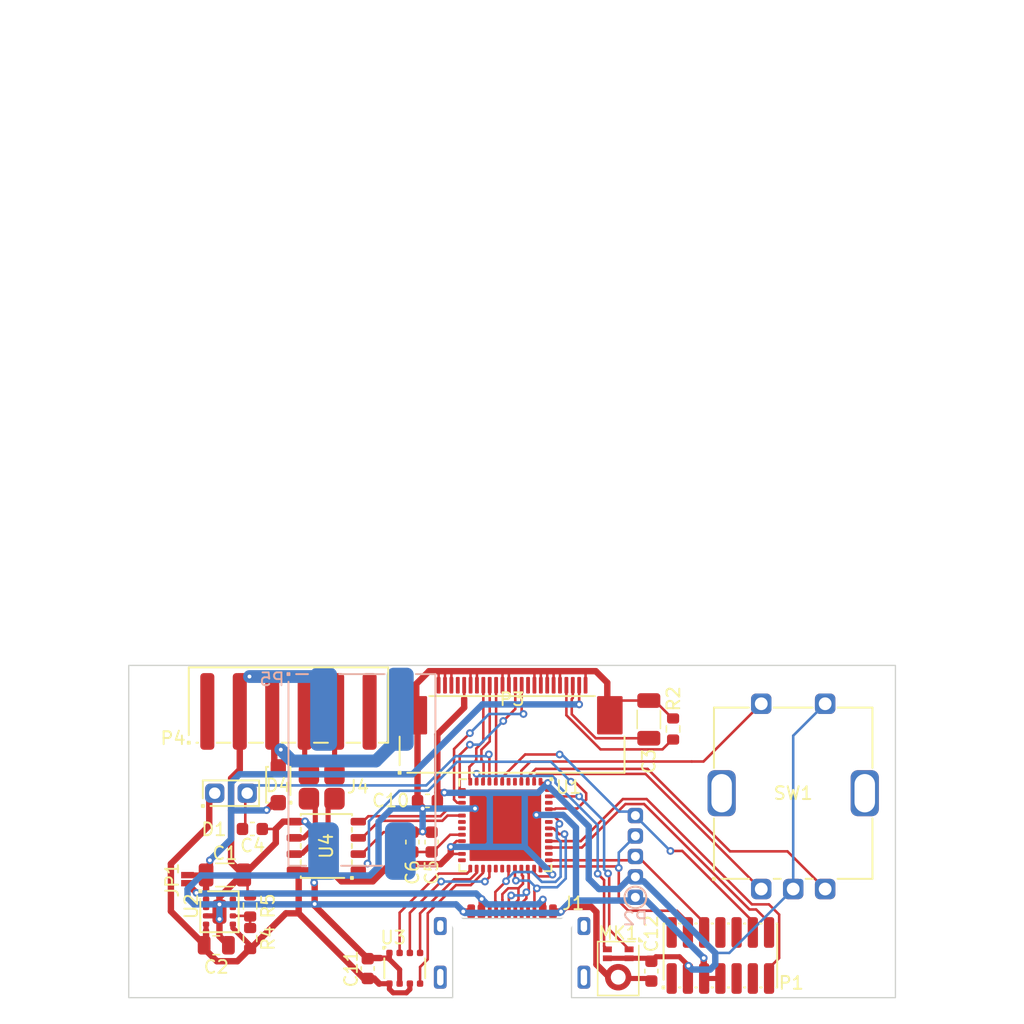
<source format=kicad_pcb>
(kicad_pcb (version 20240108) (generator "pcbnew") (generator_version "8.0")
  (layers (0 "F.Cu" signal) (31 "B.Cu" signal) (34 "B.Paste" user) (35 "F.Paste" user) (36 "B.SilkS" user "B.Silkscreen") (37 "F.SilkS" user "F.Silkscreen") (38 "B.Mask" user) (39 "F.Mask" user) (44 "Edge.Cuts" user))
  (net 0 "")
  (net 1 "GND")
  (net 2 "+3V3")
  (net 3 "Net-(D4-A)")
  (net 4 "ENC_A")
  (net 5 "ENC_B")
  (net 6 "SW")
  (net 7 "USB_CC1")
  (net 8 "USB_CC2")
  (net 9 "nRST")
  (net 12 "VCP_TX")
  (net 13 "BS")
  (net 15 "RS485_DE")
  (net 16 "Net-(U1-VREF+)")
  (net 17 "DISP_nCS")
  (net 20 "DISP_nRST")
  (net 21 "DISP_D{slash}nC")
  (net 22 "VCP_RX")
  (net 24 "DISP_SCK")
  (net 26 "DISP_MOSI")
  (net 27 "VBUS")
  (net 28 "RS485_RX")
  (net 29 "Net-(J4-Pin_a1)")
  (net 30 "Net-(J4-Pin_a2)")
  (net 31 "Net-(P3-VCOMH)")
  (net 34 "SWDIO")
  (net 35 "Net-(P3-IREF)")
  (net 36 "SWCLK")
  (net 38 "USB_DM")
  (net 39 "USB_DP")
  (net 43 "RS485_TX")
  (net 48 "unconnected-(P1-Pin_2-Pad2)")
  (net 52 "BME_nCS")
  (net 53 "BME_SCK")
  (net 54 "BME_MISO")
  (net 55 "BME_MOSI")
  (net 56 "MIC_DATA")
  (net 57 "MIC_CLOCK")
  (net 60 "RS485_A")
  (net 61 "RS485_B")
  (net 62 "+15V")
  (net 63 "Net-(U2-FB)")
  (footprint "Capacitor_SMD:C_0603_1608Metric" (layer "F.Cu") (at 88.7 135.725 90)
    (property "Reference" "C11")
    (property "Value" "100n")
  )
  (footprint "local:PhotoDiode" (layer "F.Cu") (at 78 122)
    (property "Reference" "D1")
    (property "Value" "D_Photo")
  )
  (footprint "Resistor_SMD:R_0603_1608Metric" (layer "F.Cu") (at 79.5 130.825 90)
    (property "Reference" "R5")
    (property "Value" "10k")
  )
  (footprint "local:SO-8" (layer "F.Cu") (at 85.465 126.13 90)
    (property "Reference" "U4")
    (property "Value" "SP3485CN")
  )
  (footprint "local:BME680" (layer "F.Cu") (at 91.6 135.7 180)
    (property "Reference" "U3")
    (property "Value" "BME680")
  )
  (footprint "Capacitor_SMD:C_0603_1608Metric" (layer "F.Cu") (at 93.7 125.825 90)
    (property "Reference" "C5")
    (property "Value" "100n")
  )
  (footprint "Capacitor_SMD:C_0603_1608Metric" (layer "F.Cu") (at 93.375 122.6 180)
    (property "Reference" "C10")
    (property "Value" "100n")
  )
  (footprint "local:TPS82130" (layer "F.Cu") (at 77.1 131.275)
    (property "Reference" "U2")
    (property "Value" "TPS82130")
  )
  (footprint "Capacitor_SMD:C_0603_1608Metric" (layer "F.Cu") (at 92.2 125.825 90)
    (property "Reference" "C6")
    (property "Value" "1u")
  )
  (footprint "Resistor_SMD:R_0603_1608Metric" (layer "F.Cu") (at 79.5 133.375 90)
    (property "Reference" "R4")
    (property "Value" "33k")
  )
  (footprint "Capacitor_SMD:C_1206_3216Metric" (layer "F.Cu") (at 77.525 128.4)
    (property "Reference" "C1")
    (property "Value" "10u/16V")
  )
  (footprint "local:PMEG6010ELR" (layer "F.Cu") (at 81.7025 121.34 90)
    (property "Reference" "D4")
    (property "Value" "PMEG6010ELR")
  )
  (footprint "local:PinHeader-2x7-1.27mm-smd" (layer "F.Cu") (at 116.3 134.7)
    (property "Reference" "P1")
    (property "Value" "FTSH-107-01-L-DV-K")
  )
  (footprint "Capacitor_SMD:C_1206_3216Metric" (layer "F.Cu") (at 110.7 116.225 90)
    (property "Reference" "C3")
    (property "Value" "10u/16V")
  )
  (footprint "local:Connector-Flat-24-0.5mm" (layer "F.Cu") (at 100 114.65)
    (property "Reference" "P3")
    (property "Value" "UG-2864ASWPG01")
  )
  (footprint "Capacitor_SMD:C_0805_2012Metric" (layer "F.Cu") (at 76.85 133.9)
    (property "Reference" "C2")
    (property "Value" "22u/6V3")
  )
  (footprint "local:PEC12R-4217F-S0024" (layer "F.Cu") (at 122 122)
    (property "Reference" "SW1")
    (property "Value" "RotaryEncoder_Switch")
  )
  (footprint "local:Harting14110413002000" (layer "F.Cu") (at 82.5 115.6)
    (property "Reference" "P4")
    (property "Value" "har-flexicon 2,54 MSH-4")
  )
  (footprint "local:STM32G431CBU" (layer "F.Cu") (at 99.475 124.5 180)
    (property "Reference" "U1")
    (property "Value" "STM32G431CBUx")
  )
  (footprint "Capacitor_SMD:C_0603_1608Metric" (layer "F.Cu") (at 79.675 124.8)
    (property "Reference" "C4")
    (property "Value" "100n")
  )
  (footprint "Resistor_SMD:R_0603_1608Metric" (layer "F.Cu") (at 112.6 116.975 90)
    (property "Reference" "R2")
    (property "Value" "900k")
  )
  (footprint "local:Jumper" (layer "F.Cu") (at 74.6 128.725 90)
    (property "Reference" "JP1")
    (property "Value" "Jumper_2_Open")
  )
  (footprint "Sensor_Audio:Infineon_PG-LLGA-5-1" (layer "F.Cu") (at 108.307 135.72 -90)
    (property "Reference" "MK1")
    (property "Value" "IM69D120")
  )
  (footprint "Capacitor_SMD:C_0603_1608Metric" (layer "F.Cu") (at 110.9 135.925 -90)
    (property "Reference" "C12")
    (property "Value" "100n")
  )
  (footprint "MountingHole:MountingHole_2.2mm_M2" (layer "F.Cu") (at 72 122)
    (property "Reference" "REF**" (hide yes))
    (property "Value" "MountingHole_2.2mm_M2")
  )
  (footprint "local:Termination" (layer "F.Cu") (at 85.1 121.48)
    (property "Reference" "J4")
    (property "Value" "Term")
  )
  (footprint "local:USB4510-03-1-A" (layer "F.Cu") (at 100 138)
    (property "Reference" "J1")
    (property "Value" "USB_C_Receptacle_USB2.0")
  )
  (footprint "local:WAGO2061-602" (layer "B.Cu") (at 88.25 120.18)
    (property "Reference" "P5")
    (property "Value" "WAGO2061-602")
  )
  (footprint "local:ProgPads" (layer "B.Cu") (at 109.65 126.95 90)
    (property "Reference" "P2")
    (property "Value" "ST-Link")
  )
  (gr_circle (center 109.65 130.16) (end 108.8 130.16) (stroke (width 0.15)) (fill none) (layer "B.SilkS"))
  (gr_circle (center 109.65 130.16) (end 110.5 130.16) (stroke (width 0.15)) (fill none) (layer "F.SilkS"))
  (gr_poly (pts (xy 70 138) (xy 95.35 138) (xy 95.35 132.2) (xy 95.8 131.8) (xy 104.2 131.8) (xy 104.65 132.2) (xy 104.65 138) (xy 130 138) (xy 130 112) (xy 70 112)) (stroke (width 0.1)) (fill none) (layer "Edge.Cuts"))
  (segment (start 92.25 125) (end 92.2 125.05) (width 0.5) (layer "F.Cu") (net 1))
  (segment (start 93 125) (end 92.25 125) (width 0.5) (layer "F.Cu") (net 1))
  (segment (start 101.75 112.45) (end 99.75 112.45) (width 0.5) (layer "F.Cu") (net 1))
  (segment (start 89.7 134.9) (end 88.75 134.9) (width 0.5) (layer "F.Cu") (net 1))
  (segment (start 94.25 112.45) (end 93.5 112.45) (width 0.5) (layer "F.Cu") (net 1))
  (segment (start 102.25 113.5) (end 102.25 112.45) (width 0.2) (layer "F.Cu") (net 1))
  (segment (start 103.84 131.26) (end 104.2 130.9) (width 0.5) (layer "F.Cu") (net 1))
  (segment (start 101.75 113.5) (end 101.75 112.45) (width 0.2) (layer "F.Cu") (net 1))
  (segment (start 89.95 125.05) (end 92.2 125.05) (width 0.2) (layer "F.Cu") (net 1))
  (segment (start 116.1 136.4) (end 116.1 135.4) (width 0.2) (layer "F.Cu") (net 1))
  (segment (start 87.965 126.765) (end 88.235 126.765) (width 0.2) (layer "F.Cu") (net 1))
  (segment (start 95.25 113.5) (end 95.25 112.45) (width 0.2) (layer "F.Cu") (net 1))
  (segment (start 78.69 120.16) (end 78.01 120.84) (width 0.5) (layer "F.Cu") (net 1))
  (segment (start 77.1 130.7) (end 77.1 131.275) (width 0.5) (layer "F.Cu") (net 1))
  (segment (start 93 123.2) (end 93 123.1) (width 0.5) (layer "F.Cu") (net 1))
  (segment (start 99.75 113.5) (end 99.75 112.45) (width 0.2) (layer "F.Cu") (net 1))
  (segment (start 110.7 114.75) (end 111.15 114.75) (width 0.2) (layer "F.Cu") (net 1))
  (segment (start 104.2 130.9) (end 106.2 130.9) (width 0.5) (layer "F.Cu") (net 1))
  (segment (start 109.117 136.4) (end 109.217 136.5) (width 0.4) (layer "F.Cu") (net 1))
  (segment (start 81.51 124.8) (end 82.085 124.225) (width 0.5) (layer "F.Cu") (net 1))
  (segment (start 99.25 113.5) (end 99.25 112.45) (width 0.2) (layer "F.Cu") (net 1))
  (segment (start 78.85 128.4) (end 77.1 130.15) (width 0.5) (layer "F.Cu") (net 1))
  (segment (start 115 136.47) (end 115.03 136.5) (width 0.5) (layer "F.Cu") (net 1))
  (segment (start 106.6 131.3) (end 106.6 135.4) (width 0.5) (layer "F.Cu") (net 1))
  (segment (start 106.2 130.9) (end 106.6 131.3) (width 0.5) (layer "F.Cu") (net 1))
  (segment (start 111.15 114.75) (end 112.55 116.15) (width 0.2) (layer "F.Cu") (net 1))
  (segment (start 77.1 130.15) (end 77.1 130.7) (width 0.5) (layer "F.Cu") (net 1))
  (segment (start 115 134.9) (end 115 136.47) (width 0.5) (layer "F.Cu") (net 1))
  (segment (start 105.75 112.45) (end 103.75 112.45) (width 0.5) (layer "F.Cu") (net 1))
  (segment (start 78.01 127.41) (end 79 128.4) (width 0.5) (layer "F.Cu") (net 1))
  (segment (start 107.45 113.35) (end 106.55 112.45) (width 0.5) (layer "F.Cu") (net 1))
  (segment (start 80.45 124.8) (end 81.51 124.8) (width 0.2) (layer "F.Cu") (net 1))
  (segment (start 110.7 114.75) (end 108.35 114.75) (width 0.2) (layer "F.Cu") (net 1))
  (segment (start 93 123.1) (end 92.6 122.7) (width 0.5) (layer "F.Cu") (net 1))
  (segment (start 93.5 112.45) (end 92.5 113.45) (width 0.5) (layer "F.Cu") (net 1))
  (segment (start 99.75 112.45) (end 99.25 112.45) (width 0.5) (layer "F.Cu") (net 1))
  (segment (start 76.775 131.6) (end 77.1 131.275) (width 0.4) (layer "F.Cu") (net 1))
  (segment (start 79 128.4) (end 79.3 128.7) (width 0.2) (layer "F.Cu") (net 1))
  (segment (start 96.18 131.26) (end 96.64 131.26) (width 0.5) (layer "F.Cu") (net 1))
  (segment (start 77.1 131.275) (end 77.1 131.95) (width 0.5) (layer "F.Cu") (net 1))
  (segment (start 79.45 112.87) (end 78.58 112.87) (width 0.5) (layer "F.Cu") (net 1))
  (segment (start 77.1 131.95) (end 77.1 133.2) (width 0.5) (layer "F.Cu") (net 1))
  (segment (start 77.1 133.2) (end 77.8 133.9) (width 0.5) (layer "F.Cu") (net 1))
  (segment (start 99.25 112.45) (end 97.25 112.45) (width 0.5) (layer "F.Cu") (net 1))
  (segment (start 103.25 112.45) (end 102.75 112.45) (width 0.5) (layer "F.Cu") (net 1))
  (segment (start 102.75 113.5) (end 102.75 112.45) (width 0.2) (layer "F.Cu") (net 1))
  (segment (start 116.3 136.6) (end 116.1 136.4) (width 0.2) (layer "F.Cu") (net 1))
  (segment (start 81.51 125.89) (end 81.51 124.8) (width 0.5) (layer "F.Cu") (net 1))
  (segment (start 94.75 113.5) (end 94.75 112.45) (width 0.2) (layer "F.Cu") (net 1))
  (segment (start 84.55 129.04) (end 84.55 130.67) (width 0.5) (layer "F.Cu") (net 1))
  (segment (start 97.25 112.45) (end 96.75 112.45) (width 0.5) (layer "F.Cu") (net 1))
  (segment (start 79.3 128.7) (end 79.3 129.8) (width 0.2) (layer "F.Cu") (net 1))
  (segment (start 108.35 114.75) (end 108 115.1) (width 0.2) (layer "F.Cu") (net 1))
  (segment (start 82.085 124.225) (end 82.965 124.225) (width 0.5) (layer "F.Cu") (net 1))
  (segment (start 83.775 124.225) (end 83.8 124.2) (width 0.5) (layer "F.Cu") (net 1))
  (segment (start 103.83 131.26) (end 103.36 131.26) (width 0.5) (layer "F.Cu") (net 1))
  (segment (start 93 125) (end 93.65 125) (width 0.5) (layer "F.Cu") (net 1))
  (segment (start 96.75 112.45) (end 95.25 112.45) (width 0.5) (layer "F.Cu") (net 1))
  (segment (start 112.55 116.15) (end 112.6 116.15) (width 0.2) (layer "F.Cu") (net 1))
  (segment (start 93.65 125) (end 93.7 125.05) (width 0.5) (layer "F.Cu") (net 1))
  (segment (start 103.75 112.45) (end 103.25 112.45) (width 0.5) (layer "F.Cu") (net 1))
  (segment (start 88.235 126.765) (end 89.95 125.05) (width 0.2) (layer "F.Cu") (net 1))
  (segment (start 103.25 113.5) (end 103.25 112.45) (width 0.2) (layer "F.Cu") (net 1))
  (segment (start 94.75 112.45) (end 94.25 112.45) (width 0.5) (layer "F.Cu") (net 1))
  (segment (start 81.51 125.89) (end 79 128.4) (width 0.5) (layer "F.Cu") (net 1))
  (segment (start 106.6 135.4) (end 107.4 136.2) (width 0.5) (layer "F.Cu") (net 1))
  (segment (start 90.4 134.5) (end 90.4 135) (width 0.4) (layer "F.Cu") (net 1))
  (segment (start 78.01 120.84) (end 78.01 127.41) (width 0.5) (layer "F.Cu") (net 1))
  (segment (start 84.55 130.8) (end 88.7 134.95) (width 0.5) (layer "F.Cu") (net 1))
  (segment (start 92.6 115.7) (end 92 115.1) (width 0.5) (layer "F.Cu") (net 1))
  (segment (start 94.25 113.5) (end 94.25 112.45) (width 0.2) (layer "F.Cu") (net 1))
  (segment (start 78.69 115.6) (end 78.69 120.16) (width 0.5) (layer "F.Cu") (net 1))
  (segment (start 79.3 129.8) (end 79.5 130) (width 0.2) (layer "F.Cu") (net 1))
  (segment (start 109.217 136.5) (end 110.7 136.5) (width 0.4) (layer "F.Cu") (net 1))
  (segment (start 90.4 135) (end 90.3 134.9) (width 0.4) (layer "F.Cu") (net 1))
  (segment (start 110.7 136.5) (end 110.9 136.7) (width 0.4) (layer "F.Cu") (net 1))
  (segment (start 102.75 112.45) (end 102.25 112.45) (width 0.5) (layer "F.Cu") (net 1))
  (segment (start 76.05 131.6) (end 76.775 131.6) (width 0.4) (layer "F.Cu") (net 1))
  (segment (start 84.51 129) (end 84.55 129.04) (width 0.5) (layer "F.Cu") (net 1))
  (segment (start 95.25 112.45) (end 94.75 112.45) (width 0.5) (layer "F.Cu") (net 1))
  (segment (start 90.4 135) (end 91.2 135.8) (width 0.4) (layer "F.Cu") (net 1))
  (segment (start 84.55 130.67) (end 84.55 130.8) (width 0.5) (layer "F.Cu") (net 1))
  (segment (start 82.965 124.225) (end 83.775 124.225) (width 0.5) (layer "F.Cu") (net 1))
  (segment (start 103.75 113.5) (end 103.75 112.45) (width 0.2) (layer "F.Cu") (net 1))
  (segment (start 102.25 112.45) (end 101.75 112.45) (width 0.5) (layer "F.Cu") (net 1))
  (segment (start 115.03 136.5) (end 116.3 136.5) (width 0.4) (layer "F.Cu") (net 1))
  (segment (start 103.36 131.26) (end 103.2 131.1) (width 0.5) (layer "F.Cu") (net 1))
  (segment (start 96.64 131.26) (end 96.8 131.1) (width 0.5) (layer "F.Cu") (net 1))
  (segment (start 88.75 134.9) (end 88.7 134.95) (width 0.5) (layer "F.Cu") (net 1))
  (segment (start 90.3 134.9) (end 89.7 134.9) (width 0.4) (layer "F.Cu") (net 1))
  (segment (start 92.5 113.45) (end 92.5 114.6) (width 0.5) (layer "F.Cu") (net 1))
  (segment (start 106.55 112.45) (end 105.75 112.45) (width 0.5) (layer "F.Cu") (net 1))
  (segment (start 96.75 113.5) (end 96.75 112.45) (width 0.2) (layer "F.Cu") (net 1))
  (segment (start 92.6 122.7) (end 92.6 115.7) (width 0.5) (layer "F.Cu") (net 1))
  (segment (start 79 128.4) (end 78.85 128.4) (width 0.5) (layer "F.Cu") (net 1))
  (segment (start 107.45 114.6) (end 107.45 113.35) (width 0.5) (layer "F.Cu") (net 1))
  (segment (start 105.75 113.5) (end 105.75 112.45) (width 0.2) (layer "F.Cu") (net 1))
  (segment (start 91.2 135.8) (end 91.2 136.9) (width 0.4) (layer "F.Cu") (net 1))
  (segment (start 103.83 131.26) (end 103.84 131.26) (width 0.5) (layer "F.Cu") (net 1))
  (segment (start 97.25 113.5) (end 97.25 112.45) (width 0.2) (layer "F.Cu") (net 1))
  (via (at 93 125) (size 0.6) (drill 0.3) (layers "F.Cu" "B.Cu") (net 1))
  (via (at 115 134.9) (size 0.6) (drill 0.3) (layers "F.Cu" "B.Cu") (net 1))
  (via (at 79.45 112.87) (size 0.6) (drill 0.3) (layers "F.Cu" "B.Cu") (net 1))
  (via (at 84.55 130.67) (size 0.6) (drill 0.3) (layers "F.Cu" "B.Cu") (net 1))
  (via (at 93 123.2) (size 0.6) (drill 0.3) (layers "F.Cu" "B.Cu") (net 1))
  (via (at 83.8 124.2) (size 0.6) (drill 0.3) (layers "F.Cu" "B.Cu") (net 1))
  (via (at 97.1 123.2) (size 0.6) (drill 0.3) (layers "F.Cu" "B.Cu") (net 1))
  (via (at 101.9 123.7) (size 0.6) (drill 0.3) (layers "F.Cu" "B.Cu") (net 1))
  (via (at 77.1 131.85) (size 0.6) (drill 0.3) (layers "F.Cu" "B.Cu") (net 1))
  (via (at 84.51 129) (size 0.6) (drill 0.3) (layers "F.Cu" "B.Cu") (net 1))
  (via (at 96.18 131.26) (size 0.6) (drill 0.3) (layers "F.Cu" "B.Cu") (net 1))
  (via (at 103.83 131.26) (size 0.6) (drill 0.3) (layers "F.Cu" "B.Cu") (net 1))
  (via (at 77.1 130.7) (size 0.6) (drill 0.3) (layers "F.Cu" "B.Cu") (net 1))
  (segment (start 83.8 124.2) (end 84.51 124.91) (width 0.5) (layer "B.Cu") (net 1))
  (segment (start 105 130.4) (end 105 124.7) (width 0.5) (layer "B.Cu") (net 1))
  (segment (start 79.45 112.87) (end 85.37 112.87) (width 1) (layer "B.Cu") (net 1))
  (segment (start 95.62 130.7) (end 96.18 131.26) (width 0.5) (layer "B.Cu") (net 1))
  (segment (start 104.65 130.4) (end 105 130.4) (width 0.5) (layer "B.Cu") (net 1))
  (segment (start 75.1 130.7) (end 77.1 130.7) (width 0.5) (layer "B.Cu") (net 1))
  (segment (start 77.1 130.7) (end 77.1 131.85) (width 0.5) (layer "B.Cu") (net 1))
  (segment (start 93 123.2) (end 93 125) (width 0.5) (layer "B.Cu") (net 1))
  (segment (start 93 123.2) (end 90.59 123.2) (width 0.5) (layer "B.Cu") (net 1))
  (segment (start 115 134.9) (end 110.5 130.4) (width 0.5) (layer "B.Cu") (net 1))
  (segment (start 74.6 129.5) (end 74.6 130.2) (width 0.5) (layer "B.Cu") (net 1))
  (segment (start 90.59 123.2) (end 89.55 124.24) (width 0.5) (layer "B.Cu") (net 1))
  (segment (start 109.9 130.4) (end 109.65 130.15) (width 0.5) (layer "B.Cu") (net 1))
  (segment (start 103.72 131.37) (end 96.29 131.37) (width 0.5) (layer "B.Cu") (net 1))
  (segment (start 74.6 130.2) (end 75.1 130.7) (width 0.5) (layer "B.Cu") (net 1))
  (segment (start 105 130.4) (end 109.3 130.4) (width 0.5) (layer "B.Cu") (net 1))
  (segment (start 97.1 123.2) (end 93 123.2) (width 0.5) (layer "B.Cu") (net 1))
  (segment (start 105 124.7) (end 104 123.7) (width 0.5) (layer "B.Cu") (net 1))
  (segment (start 75.66 128.44) (end 74.6 129.5) (width 0.5) (layer "B.Cu") (net 1))
  (segment (start 89.55 127.75) (end 88.86 128.44) (width 0.5) (layer "B.Cu") (net 1))
  (segment (start 77.1 130.7) (end 95.62 130.7) (width 0.5) (layer "B.Cu") (net 1))
  (segment (start 110.5 130.4) (end 109.9 130.4) (width 0.5) (layer "B.Cu") (net 1))
  (segment (start 84.51 124.91) (end 84.51 129) (width 0.5) (layer "B.Cu") (net 1))
  (segment (start 89.55 124.24) (end 89.55 127.75) (width 0.5) (layer "B.Cu") (net 1))
  (segment (start 96.29 131.37) (end 96.18 131.26) (width 0.5) (layer "B.Cu") (net 1))
  (segment (start 104 123.7) (end 101.9 123.7) (width 0.5) (layer "B.Cu") (net 1))
  (segment (start 103.83 131.22) (end 104.65 130.4) (width 0.5) (layer "B.Cu") (net 1))
  (segment (start 88.86 128.44) (end 75.66 128.44) (width 0.5) (layer "B.Cu") (net 1))
  (segment (start 103.83 131.26) (end 103.72 131.37) (width 0.5) (layer "B.Cu") (net 1))
  (segment (start 103.83 131.26) (end 103.83 131.22) (width 0.5) (layer "B.Cu") (net 1))
  (segment (start 113.76 135.46) (end 113.76 136.5) (width 0.4) (layer "F.Cu") (net 2))
  (segment (start 102 128.51) (end 101.75 128.26) (width 0.2) (layer "F.Cu") (net 2))
  (segment (start 79.5 133.9) (end 79.5 134.2) (width 0.4) (layer "F.Cu") (net 2))
  (segment (start 78.15 132.25) (end 78.15 132.55) (width 0.4) (layer "F.Cu") (net 2))
  (segment (start 107.457 134.92) (end 109.157 134.92) (width 0.4) (layer "F.Cu") (net 2))
  (segment (start 76.05 132.75) (end 76.05 133.75) (width 0.5) (layer "F.Cu") (net 2))
  (segment (start 75.9 133.9) (end 75.9 134.15) (width 0.4) (layer "F.Cu") (net 2))
  (segment (start 73.3 127.53) (end 76.3 124.53) (width 0.5) (layer "F.Cu") (net 2))
  (segment (start 78.15 132.55) (end 79.5 133.9) (width 0.4) (layer "F.Cu") (net 2))
  (segment (start 76.3 122.43) (end 76.73 122) (width 0.5) (layer "F.Cu") (net 2))
  (segment (start 89.19 136.5) (end 89.6 136.91) (width 0.5) (layer "F.Cu") (net 2))
  (segment (start 95.2 126.2) (end 95.65 125.75) (width 0.2) (layer "F.Cu") (net 2))
  (segment (start 79.45 134.2) (end 79.5 134.2) (width 0.4) (layer "F.Cu") (net 2))
  (segment (start 110.9 135.15) (end 111.25 134.8) (width 0.4) (layer "F.Cu") (net 2))
  (segment (start 76.9 135.15) (end 78.5 135.15) (width 0.5) (layer "F.Cu") (net 2))
  (segment (start 83.665 128.035) (end 85.785 128.035) (width 0.5) (layer "F.Cu") (net 2))
  (segment (start 96.25 114.6) (end 96.25 115.3) (width 0.5) (layer "F.Cu") (net 2))
  (segment (start 95.21 126.75) (end 96.1 126.75) (width 0.2) (layer "F.Cu") (net 2))
  (segment (start 82.965 128.035) (end 83.665 128.035) (width 0.5) (layer "F.Cu") (net 2))
  (segment (start 90.4 137.33) (end 90.4 136.9) (width 0.4) (layer "F.Cu") (net 2))
  (segment (start 79.5 134.2) (end 82.3 131.4) (width 0.5) (layer "F.Cu") (net 2))
  (segment (start 102.8 121.7) (end 102.85 121.75) (width 0.2) (layer "F.Cu") (net 2))
  (segment (start 102.85 121.71) (end 102.85 121.75) (width 0.2) (layer "F.Cu") (net 2))
  (segment (start 90.69 137.62) (end 90.4 137.33) (width 0.4) (layer "F.Cu") (net 2))
  (segment (start 113.1 134.8) (end 113.76 135.46) (width 0.4) (layer "F.Cu") (net 2))
  (segment (start 102.8 121.2) (end 102.3 121.2) (width 0.2) (layer "F.Cu") (net 2))
  (segment (start 102.8 121.2) (end 102.8 121.7) (width 0.2) (layer "F.Cu") (net 2))
  (segment (start 103.16 128.37) (end 103.02 128.51) (width 0.2) (layer "F.Cu") (net 2))
  (segment (start 75.9 134.15) (end 76.9 135.15) (width 0.5) (layer "F.Cu") (net 2))
  (segment (start 89.1 128.9) (end 90.45 127.55) (width 0.5) (layer "F.Cu") (net 2))
  (segment (start 94.15 121.95) (end 94.15 122.7) (width 0.5) (layer "F.Cu") (net 2))
  (segment (start 85.785 128.035) (end 86.65 128.9) (width 0.5) (layer "F.Cu") (net 2))
  (segment (start 94.88 127.08) (end 95.21 126.75) (width 0.2) (layer "F.Cu") (net 2))
  (segment (start 82.3 131.4) (end 83.3 131.4) (width 0.5) (layer "F.Cu") (net 2))
  (segment (start 83.3 131.4) (end 88.4 136.5) (width 0.5) (layer "F.Cu") (net 2))
  (segment (start 94.7 121.95) (end 94.15 121.95) (width 0.5) (layer "F.Cu") (net 2))
  (segment (start 76 133.51) (end 75.57 133.51) (width 0.5) (layer "F.Cu") (net 2))
  (segment (start 111.25 134.8) (end 113.1 134.8) (width 0.4) (layer "F.Cu") (net 2))
  (segment (start 94.15 117.4) (end 94.15 121.95) (width 0.5) (layer "F.Cu") (net 2))
  (segment (start 94.41 127.55) (end 90.45 127.55) (width 0.5) (layer "F.Cu") (net 2))
  (segment (start 92 137.35) (end 91.73 137.62) (width 0.4) (layer "F.Cu") (net 2))
  (segment (start 94.88 127.08) (end 94.41 127.55) (width 0.5) (layer "F.Cu") (net 2))
  (segment (start 111.1 135.1) (end 110.92 134.92) (width 0.4) (layer "F.Cu") (net 2))
  (segment (start 103.02 128.51) (end 102 128.51) (width 0.2) (layer "F.Cu") (net 2))
  (segment (start 88.4 136.5) (end 89.19 136.5) (width 0.5) (layer "F.Cu") (net 2))
  (segment (start 76.3 124.53) (end 76.3 122.43) (width 0.5) (layer "F.Cu") (net 2))
  (segment (start 78.5 135.15) (end 79.45 134.2) (width 0.5) (layer "F.Cu") (net 2))
  (segment (start 96.25 113.5) (end 96.25 114.6) (width 0.2) (layer "F.Cu") (net 2))
  (segment (start 90.39 136.91) (end 90.4 136.9) (width 0.4) (layer "F.Cu") (net 2))
  (segment (start 102.3 121.2) (end 102.225 121.125) (width 0.2) (layer "F.Cu") (net 2))
  (segment (start 91.73 137.62) (end 90.69 137.62) (width 0.4) (layer "F.Cu") (net 2))
  (segment (start 89.6 136.91) (end 90.39 136.91) (width 0.4) (layer "F.Cu") (net 2))
  (segment (start 110.92 134.92) (end 109.157 134.92) (width 0.4) (layer "F.Cu") (net 2))
  (segment (start 75.57 133.51) (end 73.3 131.24) (width 0.5) (layer "F.Cu") (net 2))
  (segment (start 101.75 128.26) (end 101.75 128.01) (width 0.2) (layer "F.Cu") (net 2))
  (segment (start 76.05 133.75) (end 75.9 133.9) (width 0.5) (layer "F.Cu") (net 2))
  (segment (start 86.65 128.9) (end 89.1 128.9) (width 0.5) (layer "F.Cu") (net 2))
  (segment (start 92 136.9) (end 92 137.35) (width 0.4) (layer "F.Cu") (net 2))
  (segment (start 94.88 127.08) (end 95.2 126.76) (width 0.5) (layer "F.Cu") (net 2))
  (segment (start 95.65 125.75) (end 96.1 125.75) (width 0.2) (layer "F.Cu") (net 2))
  (segment (start 83.3 128.37) (end 83.3 131.4) (width 0.5) (layer "F.Cu") (net 2))
  (segment (start 76.05 132.25) (end 76.05 132.75) (width 0.4) (layer "F.Cu") (net 2))
  (segment (start 95.2 126.76) (end 95.2 126.2) (width 0.5) (layer "F.Cu") (net 2))
  (segment (start 73.3 131.24) (end 73.3 127.53) (width 0.5) (layer "F.Cu") (net 2))
  (segment (start 96.25 115.3) (end 94.15 117.4) (width 0.5) (layer "F.Cu") (net 2))
  (via (at 113.8 135.5) (size 0.6) (drill 0.3) (layers "F.Cu" "B.Cu") (net 2))
  (via (at 94.7 121.95) (size 0.6) (drill 0.3) (layers "F.Cu" "B.Cu") (net 2))
  (via (at 102.8 121.2) (size 0.6) (drill 0.3) (layers "F.Cu" "B.Cu") (net 2))
  (via (at 103.16 128.37) (size 0.6) (drill 0.3) (layers "F.Cu" "B.Cu") (net 2))
  (via (at 95.2 126.2) (size 0.6) (drill 0.3) (layers "F.Cu" "B.Cu") (net 2))
  (segment (start 94.72 121.97) (end 94.7 121.95) (width 0.5) (layer "B.Cu") (net 2))
  (segment (start 110 128.9) (end 109.65 128.55) (width 0.5) (layer "B.Cu") (net 2))
  (segment (start 106 128.7) (end 106 124.6) (width 0.5) (layer "B.Cu") (net 2))
  (segment (start 122 117.5) (end 124.5 115) (width 0.2) (layer "B.Cu") (net 2))
  (segment (start 113.8 135.5) (end 114.1 135.8) (width 0.5) (layer "B.Cu") (net 2))
  (segment (start 100.99 126.2) (end 100.99 121.98) (width 0.5) (layer "B.Cu") (net 2))
  (segment (start 115.9 135.4) (end 115.9 134.5) (width 0.5) (layer "B.Cu") (net 2))
  (segment (start 115.5 135.8) (end 115.9 135.4) (width 0.5) (layer "B.Cu") (net 2))
  (segment (start 109.65 128.2) (end 108.35 129.5) (width 0.5) (layer "B.Cu") (net 2))
  (segment (start 102.8 121.2) (end 102.03 121.97) (width 0.5) (layer "B.Cu") (net 2))
  (segment (start 98 121.97) (end 98.26 122.23) (width 0.5) (layer "B.Cu") (net 2))
  (segment (start 98.26 122.23) (end 98.26 125.94) (width 0.5) (layer "B.Cu") (net 2))
  (segment (start 95.2 126.2) (end 98 126.2) (width 0.5) (layer "B.Cu") (net 2))
  (segment (start 114.1 135.8) (end 115.5 135.8) (width 0.5) (layer "B.Cu") (net 2))
  (segment (start 108.35 129.5) (end 106.8 129.5) (width 0.5) (layer "B.Cu") (net 2))
  (segment (start 98.26 125.94) (end 98 126.2) (width 0.5) (layer "B.Cu") (net 2))
  (segment (start 101 121.97) (end 98 121.97) (width 0.5) (layer "B.Cu") (net 2))
  (segment (start 98 121.97) (end 94.72 121.97) (width 0.5) (layer "B.Cu") (net 2))
  (segment (start 100.99 126.2) (end 103.16 128.37) (width 0.5) (layer "B.Cu") (net 2))
  (segment (start 122 129.5) (end 122.55 128.95) (width 0.5) (layer "B.Cu") (net 2))
  (segment (start 102.8 121.4) (end 102.8 121.2) (width 0.5) (layer "B.Cu") (net 2))
  (segment (start 117 134.5) (end 115.9 134.5) (width 0.2) (layer "B.Cu") (net 2))
  (segment (start 106.8 129.5) (end 106 128.7) (width 0.5) (layer "B.Cu") (net 2))
  (segment (start 106 124.6) (end 102.8 121.4) (width 0.5) (layer "B.Cu") (net 2))
  (segment (start 110.3 128.9) (end 110 128.9) (width 0.5) (layer "B.Cu") (net 2))
  (segment (start 115.9 134.5) (end 110.3 128.9) (width 0.5) (layer "B.Cu") (net 2))
  (segment (start 122 129.5) (end 122 117.5) (width 0.2) (layer "B.Cu") (net 2))
  (segment (start 100.99 121.98) (end 101 121.97) (width 0.5) (layer "B.Cu") (net 2))
  (segment (start 122 129.5) (end 117 134.5) (width 0.2) (layer "B.Cu") (net 2))
  (segment (start 102.03 121.97) (end 101 121.97) (width 0.5) (layer "B.Cu") (net 2))
  (segment (start 98 126.2) (end 100.99 126.2) (width 0.5) (layer "B.Cu") (net 2))
  (segment (start 81.7025 119.94) (end 81.39 119.6275) (width 0.5) (layer "F.Cu") (net 3))
  (segment (start 81.71 118.4) (end 81.39 118.4) (width 0.5) (layer "F.Cu") (net 3))
  (segment (start 81.9 118.59) (end 81.71 118.4) (width 0.5) (layer "F.Cu") (net 3))
  (segment (start 81.39 119.6275) (end 81.39 115.63) (width 0.5) (layer "F.Cu") (net 3))
  (via (at 81.9 118.59) (size 0.6) (drill 0.3) (layers "F.Cu" "B.Cu") (net 3))
  (segment (start 81.9 118.59) (end 82.79 119.48) (width 1) (layer "B.Cu") (net 3))
  (segment (start 89.34 119.48) (end 91.26 117.56) (width 1) (layer "B.Cu") (net 3))
  (segment (start 91.26 117.56) (end 91.26 115.39) (width 0.5) (layer "B.Cu") (net 3))
  (segment (start 82.79 119.48) (end 89.34 119.48) (width 1) (layer "B.Cu") (net 3))
  (segment (start 119.45 129.5) (end 110.44 120.49) (width 0.2) (layer "F.Cu") (net 4))
  (segment (start 102 120.49) (end 101.725 120.765) (width 0.2) (layer "F.Cu") (net 4))
  (segment (start 119.5 129.5) (end 119.45 129.5) (width 0.2) (layer "F.Cu") (net 4))
  (segment (start 110.44 120.49) (end 102 120.49) (width 0.2) (layer "F.Cu") (net 4))
  (segment (start 101.725 120.765) (end 101.725 121.125) (width 0.2) (layer "F.Cu") (net 4))
  (segment (start 110.61 120.1) (end 101.86 120.1) (width 0.2) (layer "F.Cu") (net 5))
  (segment (start 121.55 126.55) (end 117.06 126.55) (width 0.2) (layer "F.Cu") (net 5))
  (segment (start 124.5 129.5) (end 121.55 126.55) (width 0.2) (layer "F.Cu") (net 5))
  (segment (start 101.86 120.1) (end 101.225 120.735) (width 0.2) (layer "F.Cu") (net 5))
  (segment (start 101.225 120.735) (end 101.225 121.125) (width 0.2) (layer "F.Cu") (net 5))
  (segment (start 117.06 126.55) (end 110.61 120.1) (width 0.2) (layer "F.Cu") (net 5))
  (segment (start 100.86 120.1) (end 101.44 119.52) (width 0.2) (layer "F.Cu") (net 6))
  (segment (start 101.44 119.52) (end 114.06 119.52) (width 0.2) (layer "F.Cu") (net 6))
  (segment (start 100.725 121.125) (end 100.725 120.235) (width 0.2) (layer "F.Cu") (net 6))
  (segment (start 114.98 119.52) (end 119.5 115) (width 0.2) (layer "F.Cu") (net 6))
  (segment (start 114.06 119.52) (end 114.98 119.52) (width 0.2) (layer "F.Cu") (net 6))
  (segment (start 100.725 120.235) (end 100.86 120.1) (width 0.2) (layer "F.Cu") (net 6))
  (segment (start 103.24 123.75) (end 102.85 123.75) (width 0.2) (layer "F.Cu") (net 7))
  (segment (start 99.53 128.89) (end 98.69 129.73) (width 0.2) (layer "F.Cu") (net 7))
  (segment (start 98.69 130.44) (end 98.75 130.5) (width 0.2) (layer "F.Cu") (net 7))
  (segment (start 98.69 129.73) (end 98.69 130.44) (width 0.2) (layer "F.Cu") (net 7))
  (segment (start 99.53 128.75) (end 99.725 128.555) (width 0.2) (layer "F.Cu") (net 7))
  (segment (start 103.7 124.4) (end 103.7 124.21) (width 0.2) (layer "F.Cu") (net 7))
  (segment (start 99.725 128.555) (end 99.725 127.875) (width 0.2) (layer "F.Cu") (net 7))
  (segment (start 99.53 128.89) (end 99.53 128.75) (width 0.2) (layer "F.Cu") (net 7))
  (segment (start 98.75 130.5) (end 98.75 131.1) (width 0.2) (layer "F.Cu") (net 7))
  (segment (start 103.7 124.21) (end 103.24 123.75) (width 0.2) (layer "F.Cu") (net 7))
  (via (at 103.7 124.4) (size 0.6) (drill 0.3) (layers "F.Cu" "B.Cu") (net 7))
  (via (at 99.53 128.89) (size 0.6) (drill 0.3) (layers "F.Cu" "B.Cu") (net 7))
  (segment (start 99.53 128.89) (end 99.53 128.8) (width 0.2) (layer "B.Cu") (net 7))
  (segment (start 103.8 128.54) (end 103.8 125.8) (width 0.2) (layer "B.Cu") (net 7))
  (segment (start 103.4 128.94) (end 103.8 128.54) (width 0.2) (layer "B.Cu") (net 7))
  (segment (start 103.5 125.5) (end 103.5 124.6) (width 0.2) (layer "B.Cu") (net 7))
  (segment (start 103.8 125.8) (end 103.5 125.5) (width 0.2) (layer "B.Cu") (net 7))
  (segment (start 99.53 128.8) (end 100.16 128.17) (width 0.2) (layer "B.Cu") (net 7))
  (segment (start 102.33 128.94) (end 103.4 128.94) (width 0.2) (layer "B.Cu") (net 7))
  (segment (start 103.5 124.6) (end 103.7 124.4) (width 0.2) (layer "B.Cu") (net 7))
  (segment (start 101.56 128.17) (end 102.33 128.94) (width 0.2) (layer "B.Cu") (net 7))
  (segment (start 100.16 128.17) (end 101.56 128.17) (width 0.2) (layer "B.Cu") (net 7))
  (segment (start 101.75 129.64) (end 101.75 131.1) (width 0.2) (layer "F.Cu") (net 8))
  (segment (start 101.94 129.45) (end 101.75 129.64) (width 0.2) (layer "F.Cu") (net 8))
  (segment (start 100.225 128.765) (end 100.225 127.875) (width 0.2) (layer "F.Cu") (net 8))
  (segment (start 103.24 124.75) (end 102.85 124.75) (width 0.2) (layer "F.Cu") (net 8))
  (segment (start 104.1 125.2) (end 103.69 125.2) (width 0.2) (layer "F.Cu") (net 8))
  (segment (start 103.69 125.2) (end 103.24 124.75) (width 0.2) (layer "F.Cu") (net 8))
  (segment (start 100.3 128.84) (end 100.225 128.765) (width 0.2) (layer "F.Cu") (net 8))
  (via (at 100.3 128.84) (size 0.6) (drill 0.3) (layers "F.Cu" "B.Cu") (net 8))
  (via (at 104.1 125.2) (size 0.6) (drill 0.3) (layers "F.Cu" "B.Cu") (net 8))
  (via (at 101.94 129.45) (size 0.6) (drill 0.3) (layers "F.Cu" "B.Cu") (net 8))
  (segment (start 100.3 128.84) (end 101.33 128.84) (width 0.2) (layer "B.Cu") (net 8))
  (segment (start 101.33 128.84) (end 101.94 129.45) (width 0.2) (layer "B.Cu") (net 8))
  (segment (start 104.2 128.68) (end 103.52 129.36) (width 0.2) (layer "B.Cu") (net 8))
  (segment (start 104.1 125.2) (end 104.2 125.3) (width 0.2) (layer "B.Cu") (net 8))
  (segment (start 102.03 129.36) (end 101.94 129.45) (width 0.2) (layer "B.Cu") (net 8))
  (segment (start 103.52 129.36) (end 102.03 129.36) (width 0.2) (layer "B.Cu") (net 8))
  (segment (start 104.2 125.3) (end 104.2 128.68) (width 0.2) (layer "B.Cu") (net 8))
  (segment (start 112.39 126.52) (end 113.32 126.52) (width 0.2) (layer "F.Cu") (net 9))
  (segment (start 103.72 118.97) (end 101.02 118.97) (width 0.2) (layer "F.Cu") (net 9))
  (segment (start 113.32 126.52) (end 118.84 132.04) (width 0.2) (layer "F.Cu") (net 9))
  (segment (start 118.84 132.04) (end 118.84 132.9) (width 0.2) (layer "F.Cu") (net 9))
  (segment (start 101.02 118.97) (end 99.25 120.74) (width 0.2) (layer "F.Cu") (net 9))
  (segment (start 99.25 120.74) (end 99.25 121.26) (width 0.2) (layer "F.Cu") (net 9))
  (via (at 103.72 118.97) (size 0.6) (drill 0.3) (layers "F.Cu" "B.Cu") (net 9))
  (via (at 112.39 126.52) (size 0.6) (drill 0.3) (layers "F.Cu" "B.Cu") (net 9))
  (segment (start 112.39 126.52) (end 110.01 124.14) (width 0.2) (layer "B.Cu") (net 9))
  (segment (start 109.24 123.44) (end 108.37 123.44) (width 0.2) (layer "B.Cu") (net 9))
  (segment (start 109.94 124.14) (end 109.24 123.44) (width 0.2) (layer "B.Cu") (net 9))
  (segment (start 108.37 123.44) (end 103.9 118.97) (width 0.2) (layer "B.Cu") (net 9))
  (segment (start 110.01 124.14) (end 109.94 124.14) (width 0.2) (layer "B.Cu") (net 9))
  (segment (start 103.9 118.97) (end 103.72 118.97) (width 0.2) (layer "B.Cu") (net 9))
  (segment (start 120.11 132.11) (end 120.11 132.9) (width 0.2) (layer "F.Cu") (net 12))
  (segment (start 119.1 131.1) (end 120.11 132.11) (width 0.2) (layer "F.Cu") (net 12))
  (segment (start 108.87 122.85) (end 110.33 122.85) (width 0.2) (layer "F.Cu") (net 12))
  (segment (start 118.58 131.1) (end 119.1 131.1) (width 0.2) (layer "F.Cu") (net 12))
  (segment (start 110.33 122.85) (end 118.58 131.1) (width 0.2) (layer "F.Cu") (net 12))
  (segment (start 105.47 126.25) (end 108.87 122.85) (width 0.2) (layer "F.Cu") (net 12))
  (segment (start 102.85 126.25) (end 105.47 126.25) (width 0.2) (layer "F.Cu") (net 12))
  (segment (start 78.9 124.8) (end 79.12 124.58) (width 0.2) (layer "F.Cu") (net 13))
  (segment (start 79.12 122.15) (end 79.27 122) (width 0.2) (layer "F.Cu") (net 13))
  (segment (start 98.18 118.96) (end 98.225 119.005) (width 0.2) (layer "F.Cu") (net 13))
  (segment (start 98.225 119.005) (end 98.225 121.125) (width 0.2) (layer "F.Cu") (net 13))
  (segment (start 79.12 124.58) (end 79.12 122.15) (width 0.2) (layer "F.Cu") (net 13))
  (via (at 98.18 118.96) (size 0.6) (drill 0.3) (layers "F.Cu" "B.Cu") (net 13))
  (segment (start 98.18 118.96) (end 98.04 119.1) (width 0.2) (layer "B.Cu") (net 13))
  (segment (start 93.28 121.39) (end 79.88 121.39) (width 0.2) (layer "B.Cu") (net 13))
  (segment (start 79.88 121.39) (end 79.27 122) (width 0.2) (layer "B.Cu") (net 13))
  (segment (start 95.57 119.1) (end 93.28 121.39) (width 0.2) (layer "B.Cu") (net 13))
  (segment (start 98.04 119.1) (end 95.57 119.1) (width 0.2) (layer "B.Cu") (net 13))
  (segment (start 94.54 124.16) (end 89.6 124.16) (width 0.2) (layer "F.Cu") (net 15))
  (segment (start 96.1 123.75) (end 94.95 123.75) (width 0.2) (layer "F.Cu") (net 15))
  (segment (start 94.95 123.75) (end 94.54 124.16) (width 0.2) (layer "F.Cu") (net 15))
  (segment (start 89.6 124.16) (end 88.265 125.495) (width 0.2) (layer "F.Cu") (net 15))
  (segment (start 88.265 125.495) (end 87.965 125.495) (width 0.2) (layer "F.Cu") (net 15))
  (segment (start 93.7 126.6) (end 93.8 126.6) (width 0.2) (layer "F.Cu") (net 16))
  (segment (start 95.15 125.25) (end 96.1 125.25) (width 0.2) (layer "F.Cu") (net 16))
  (segment (start 93.8 126.6) (end 95.15 125.25) (width 0.2) (layer "F.Cu") (net 16))
  (segment (start 92.2 126.6) (end 93.7 126.6) (width 0.2) (layer "F.Cu") (net 16))
  (segment (start 97.2 118.5) (end 97.75 117.95) (width 0.2) (layer "F.Cu") (net 17))
  (segment (start 96.725 121.125) (end 96.725 120.925) (width 0.2) (layer "F.Cu") (net 17))
  (segment (start 96.725 120.925) (end 96.66 120.86) (width 0.2) (layer "F.Cu") (net 17))
  (segment (start 97.2 119.4) (end 97.2 118.5) (width 0.2) (layer "F.Cu") (net 17))
  (segment (start 96.66 120.86) (end 96.66 119.94) (width 0.2) (layer "F.Cu") (net 17))
  (segment (start 96.66 119.94) (end 97.2 119.4) (width 0.2) (layer "F.Cu") (net 17))
  (segment (start 97.75 117.95) (end 97.75 113.5) (width 0.2) (layer "F.Cu") (net 17))
  (segment (start 97.6 119.4) (end 97.6 118.6) (width 0.2) (layer "F.Cu") (net 20))
  (segment (start 97.6 118.6) (end 98.25 117.95) (width 0.2) (layer "F.Cu") (net 20))
  (segment (start 97.77 119.57) (end 97.6 119.4) (width 0.2) (layer "F.Cu") (net 20))
  (segment (start 97.77 121.08) (end 97.77 119.57) (width 0.2) (layer "F.Cu") (net 20))
  (segment (start 97.725 121.125) (end 97.77 121.08) (width 0.2) (layer "F.Cu") (net 20))
  (segment (start 98.25 117.95) (end 98.25 113.5) (width 0.2) (layer "F.Cu") (net 20))
  (segment (start 98.75 113.5) (end 98.75 121.26) (width 0.2) (layer "F.Cu") (net 21))
  (segment (start 120.9 131.5) (end 120.9 134.9) (width 0.2) (layer "F.Cu") (net 22))
  (segment (start 120.9 134.9) (end 120.11 135.69) (width 0.2) (layer "F.Cu") (net 22))
  (segment (start 108.67 122.46) (end 110.53 122.46) (width 0.2) (layer "F.Cu") (net 22))
  (segment (start 110.53 122.46) (end 118.77 130.7) (width 0.2) (layer "F.Cu") (net 22))
  (segment (start 118.77 130.7) (end 120.1 130.7) (width 0.2) (layer "F.Cu") (net 22))
  (segment (start 120.1 130.7) (end 120.9 131.5) (width 0.2) (layer "F.Cu") (net 22))
  (segment (start 102.85 125.75) (end 105.38 125.75) (width 0.2) (layer "F.Cu") (net 22))
  (segment (start 105.38 125.75) (end 108.67 122.46) (width 0.2) (layer "F.Cu") (net 22))
  (segment (start 120.11 135.69) (end 120.11 136.5) (width 0.2) (layer "F.Cu") (net 22))
  (segment (start 100.25 115.41) (end 100.25 113.5) (width 0.2) (layer "F.Cu") (net 24))
  (segment (start 95.9 121.7) (end 95.95 121.75) (width 0.2) (layer "F.Cu") (net 24))
  (segment (start 96.7 118.2) (end 95.9 119) (width 0.2) (layer "F.Cu") (net 24))
  (segment (start 95.9 119) (end 95.9 121.7) (width 0.2) (layer "F.Cu") (net 24))
  (segment (start 99.31 116.35) (end 100.25 115.41) (width 0.2) (layer "F.Cu") (net 24))
  (segment (start 95.95 121.75) (end 96.1 121.75) (width 0.2) (layer "F.Cu") (net 24))
  (via (at 96.7 118.2) (size 0.6) (drill 0.3) (layers "F.Cu" "B.Cu") (net 24))
  (via (at 99.31 116.35) (size 0.6) (drill 0.3) (layers "F.Cu" "B.Cu") (net 24))
  (segment (start 99.31 116.35) (end 97.46 118.2) (width 0.2) (layer "B.Cu") (net 24))
  (segment (start 97.46 118.2) (end 96.7 118.2) (width 0.2) (layer "B.Cu") (net 24))
  (segment (start 96.7 117.3) (end 95.46 118.54) (width 0.2) (layer "F.Cu") (net 26))
  (segment (start 95.46 118.54) (end 95.46 122.5) (width 0.2) (layer "F.Cu") (net 26))
  (segment (start 100.75 115.66) (end 100.75 113.5) (width 0.2) (layer "F.Cu") (net 26))
  (segment (start 100.89 115.8) (end 100.75 115.66) (width 0.2) (layer "F.Cu") (net 26))
  (segment (start 95.71 122.75) (end 96.1 122.75) (width 0.2) (layer "F.Cu") (net 26))
  (segment (start 95.46 122.5) (end 95.71 122.75) (width 0.2) (layer "F.Cu") (net 26))
  (via (at 96.7 117.3) (size 0.6) (drill 0.3) (layers "F.Cu" "B.Cu") (net 26))
  (via (at 100.89 115.8) (size 0.6) (drill 0.3) (layers "F.Cu" "B.Cu") (net 26))
  (segment (start 96.7 117.3) (end 98.2 115.8) (width 0.2) (layer "B.Cu") (net 26))
  (segment (start 98.2 115.8) (end 100.89 115.8) (width 0.2) (layer "B.Cu") (net 26))
  (segment (start 97.62 130.28) (end 97.62 131.08) (width 0.5) (layer "F.Cu") (net 27))
  (segment (start 75.3 129.8) (end 74.6 129.1) (width 0.5) (layer "F.Cu") (net 27))
  (segment (start 102.4 131.1) (end 102.4 130.33) (width 0.5) (layer "F.Cu") (net 27))
  (segment (start 74.6 129.1) (end 74.6 129.05) (width 0.5) (layer "F.Cu") (net 27))
  (segment (start 97.62 131.08) (end 97.6 131.1) (width 0.5) (layer "F.Cu") (net 27))
  (segment (start 102.4 130.33) (end 102.41 130.32) (width 0.5) (layer "F.Cu") (net 27))
  (via (at 102.41 130.32) (size 0.6) (drill 0.3) (layers "F.Cu" "B.Cu") (net 27))
  (via (at 75.3 129.8) (size 0.6) (drill 0.3) (layers "F.Cu" "B.Cu") (net 27))
  (via (at 97.62 130.28) (size 0.6) (drill 0.3) (layers "F.Cu" "B.Cu") (net 27))
  (segment (start 97.64 130.28) (end 97.62 130.28) (width 0.5) (layer "B.Cu") (net 27))
  (segment (start 75.3 129.8) (end 75.35 129.85) (width 0.5) (layer "B.Cu") (net 27))
  (segment (start 98.06 130.7) (end 97.64 130.28) (width 0.5) (layer "B.Cu") (net 27))
  (segment (start 97.19 129.85) (end 97.62 130.28) (width 0.5) (layer "B.Cu") (net 27))
  (segment (start 75.35 129.85) (end 97.19 129.85) (width 0.5) (layer "B.Cu") (net 27))
  (segment (start 102.41 130.32) (end 102.03 130.7) (width 0.5) (layer "B.Cu") (net 27))
  (segment (start 102.03 130.7) (end 98.06 130.7) (width 0.5) (layer "B.Cu") (net 27))
  (segment (start 104.9 121.1) (end 104.6 121.1) (width 0.2) (layer "F.Cu") (net 28))
  (segment (start 105.1 123.2) (end 105.8 122.5) (width 0.2) (layer "F.Cu") (net 28))
  (segment (start 105.8 122) (end 104.9 121.1) (width 0.2) (layer "F.Cu") (net 28))
  (segment (start 102.85 123.25) (end 103.35 123.25) (width 0.2) (layer "F.Cu") (net 28))
  (segment (start 103.4 123.2) (end 105.1 123.2) (width 0.2) (layer "F.Cu") (net 28))
  (segment (start 88.69 127.5) (end 88.155 128.035) (width 0.2) (layer "F.Cu") (net 28))
  (segment (start 88.155 128.035) (end 87.965 128.035) (width 0.2) (layer "F.Cu") (net 28))
  (segment (start 103.35 123.25) (end 103.4 123.2) (width 0.2) (layer "F.Cu") (net 28))
  (segment (start 105.8 122.5) (end 105.8 122) (width 0.2) (layer "F.Cu") (net 28))
  (via (at 104.6 121.1) (size 0.6) (drill 0.3) (layers "F.Cu" "B.Cu") (net 28))
  (via (at 88.69 127.5) (size 0.6) (drill 0.3) (layers "F.Cu" "B.Cu") (net 28))
  (segment (start 103.04 119.54) (end 104.6 121.1) (width 0.2) (layer "B.Cu") (net 28))
  (segment (start 95.7 119.54) (end 103.04 119.54) (width 0.2) (layer "B.Cu") (net 28))
  (segment (start 88.8 124.2) (end 91.19 121.81) (width 0.2) (layer "B.Cu") (net 28))
  (segment (start 91.19 121.81) (end 93.43 121.81) (width 0.2) (layer "B.Cu") (net 28))
  (segment (start 93.43 121.81) (end 95.7 119.54) (width 0.2) (layer "B.Cu") (net 28))
  (segment (start 88.8 127.39) (end 88.8 124.2) (width 0.2) (layer "B.Cu") (net 28))
  (segment (start 88.69 127.5) (end 88.8 127.39) (width 0.2) (layer "B.Cu") (net 28))
  (segment (start 83.695 125.495) (end 84.6 124.59) (width 0.4) (layer "F.Cu") (net 29))
  (segment (start 82.965 125.495) (end 83.695 125.495) (width 0.4) (layer "F.Cu") (net 29))
  (segment (start 84.6 122.47) (end 84.02 121.89) (width 0.4) (layer "F.Cu") (net 29))
  (segment (start 84.6 124.59) (end 84.6 122.47) (width 0.4) (layer "F.Cu") (net 29))
  (segment (start 82.965 126.765) (end 83.03 126.7) (width 0.4) (layer "F.Cu") (net 30))
  (segment (start 83.03 126.7) (end 83.6 126.7) (width 0.4) (layer "F.Cu") (net 30))
  (segment (start 85.6 124.7) (end 85.6 122.31) (width 0.4) (layer "F.Cu") (net 30))
  (segment (start 83.6 126.7) (end 85.6 124.7) (width 0.4) (layer "F.Cu") (net 30))
  (segment (start 85.6 122.31) (end 86.02 121.89) (width 0.4) (layer "F.Cu") (net 30))
  (segment (start 104.67 114.63) (end 104.67 115.82) (width 0.2) (layer "F.Cu") (net 31))
  (segment (start 104.75 113.5) (end 104.75 114.55) (width 0.2) (layer "F.Cu") (net 31))
  (segment (start 106.55 117.7) (end 110.7 117.7) (width 0.2) (layer "F.Cu") (net 31))
  (segment (start 104.67 115.82) (end 106.55 117.7) (width 0.2) (layer "F.Cu") (net 31))
  (segment (start 104.75 114.55) (end 104.67 114.63) (width 0.2) (layer "F.Cu") (net 31))
  (segment (start 108.35 130.45) (end 109.1 131.2) (width 0.2) (layer "F.Cu") (net 34))
  (segment (start 108.35 127.85) (end 108.35 130.45) (width 0.2) (layer "F.Cu") (net 34))
  (segment (start 102.37 127.73) (end 102.225 127.875) (width 0.2) (layer "F.Cu") (net 34))
  (segment (start 108.23 127.73) (end 102.37 127.73) (width 0.2) (layer "F.Cu") (net 34))
  (segment (start 109.1 131.2) (end 112.9 131.2) (width 0.2) (layer "F.Cu") (net 34))
  (segment (start 112.9 131.2) (end 113.76 132.06) (width 0.2) (layer "F.Cu") (net 34))
  (segment (start 108.35 127.85) (end 108.23 127.73) (width 0.2) (layer "F.Cu") (net 34))
  (segment (start 113.76 132.9) (end 113.76 132.06) (width 0.2) (layer "F.Cu") (net 34))
  (segment (start 113.76 132.06) (end 113.76 132.8) (width 0.2) (layer "F.Cu") (net 34))
  (via (at 108.35 127.85) (size 0.6) (drill 0.3) (layers "F.Cu" "B.Cu") (net 34))
  (segment (start 108.35 127.85) (end 108.35 126.65) (width 0.2) (layer "B.Cu") (net 34))
  (segment (start 108.35 126.65) (end 109.55 125.45) (width 0.2) (layer "B.Cu") (net 34))
  (segment (start 109.55 125.45) (end 109.75 125.45) (width 0.2) (layer "B.Cu") (net 34))
  (segment (start 104.25 115.9) (end 104.25 113.5) (width 0.2) (layer "F.Cu") (net 35))
  (segment (start 112.6 117.8) (end 112.6 117.7) (width 0.2) (layer "F.Cu") (net 35))
  (segment (start 112.54 117.8) (end 111.77 118.57) (width 0.2) (layer "F.Cu") (net 35))
  (segment (start 111.77 118.57) (end 106.92 118.57) (width 0.2) (layer "F.Cu") (net 35))
  (segment (start 112.6 117.8) (end 112.54 117.8) (width 0.2) (layer "F.Cu") (net 35))
  (segment (start 106.92 118.57) (end 104.25 115.9) (width 0.2) (layer "F.Cu") (net 35))
  (segment (start 109.35 127.25) (end 109.65 126.95) (width 0.2) (layer "F.Cu") (net 36))
  (segment (start 109.54 126.95) (end 109.65 126.95) (width 0.2) (layer "F.Cu") (net 36))
  (segment (start 109.65 126.95) (end 109.75 126.95) (width 0.2) (layer "F.Cu") (net 36))
  (segment (start 115.03 132.9) (end 115.03 132.13) (width 0.2) (layer "F.Cu") (net 36))
  (segment (start 109.85 126.95) (end 109.65 126.95) (width 0.2) (layer "F.Cu") (net 36))
  (segment (start 115.03 132.13) (end 109.85 126.95) (width 0.2) (layer "F.Cu") (net 36))
  (segment (start 108.6 127.25) (end 109.35 127.25) (width 0.2) (layer "F.Cu") (net 36))
  (segment (start 102.85 127.25) (end 108.6 127.25) (width 0.2) (layer "F.Cu") (net 36))
  (segment (start 99.24 130.34) (end 99.25 130.35) (width 0.2) (layer "F.Cu") (net 38))
  (segment (start 100.725 128.175) (end 100.77 128.22) (width 0.2) (layer "F.Cu") (net 38))
  (segment (start 100.25 131.1) (end 100.25 130.59) (width 0.2) (layer "F.Cu") (net 38))
  (segment (start 100.725 127.875) (end 100.725 128.175) (width 0.2) (layer "F.Cu") (net 38))
  (segment (start 100.77 128.42) (end 100.84 128.49) (width 0.2) (layer "F.Cu") (net 38))
  (segment (start 99.7 129.44) (end 99.24 129.9) (width 0.2) (layer "F.Cu") (net 38))
  (segment (start 100.84 128.49) (end 100.85 128.49) (width 0.2) (layer "F.Cu") (net 38))
  (segment (start 100.5 130.34) (end 100.5 129.44) (width 0.2) (layer "F.Cu") (net 38))
  (segment (start 100.5 129.44) (end 99.7 129.44) (width 0.2) (layer "F.Cu") (net 38))
  (segment (start 100.85 129.09) (end 100.5 129.44) (width 0.2) (layer "F.Cu") (net 38))
  (segment (start 99.24 129.9) (end 99.24 130.34) (width 0.2) (layer "F.Cu") (net 38))
  (segment (start 99.25 130.35) (end 99.25 131.1) (width 0.2) (layer "F.Cu") (net 38))
  (segment (start 100.77 128.22) (end 100.77 128.42) (width 0.2) (layer "F.Cu") (net 38))
  (segment (start 100.85 128.49) (end 100.85 129.09) (width 0.2) (layer "F.Cu") (net 38))
  (segment (start 100.25 130.59) (end 100.5 130.34) (width 0.2) (layer "F.Cu") (net 38))
  (segment (start 101.3 128.3) (end 101.225 128.225) (width 0.2) (layer "F.Cu") (net 39))
  (segment (start 99.75 130.18) (end 99.75 131.1) (width 0.2) (layer "F.Cu") (net 39))
  (segment (start 101.12 130.23) (end 100.75 130.6) (width 0.2) (layer "F.Cu") (net 39))
  (segment (start 100.75 130.6) (end 100.75 131.1) (width 0.2) (layer "F.Cu") (net 39))
  (segment (start 101.12 129.75) (end 101.3 129.57) (width 0.2) (layer "F.Cu") (net 39))
  (segment (start 101.225 128.225) (end 101.225 127.875) (width 0.2) (layer "F.Cu") (net 39))
  (segment (start 101.12 129.75) (end 101.12 130.23) (width 0.2) (layer "F.Cu") (net 39))
  (segment (start 101.3 129.57) (end 101.3 128.3) (width 0.2) (layer "F.Cu") (net 39))
  (segment (start 99.93 130) (end 99.75 130.18) (width 0.2) (layer "F.Cu") (net 39))
  (via (at 101.12 129.75) (size 0.6) (drill 0.3) (layers "F.Cu" "B.Cu") (net 39))
  (via (at 99.93 130) (size 0.6) (drill 0.3) (layers "F.Cu" "B.Cu") (net 39))
  (segment (start 100.87 130) (end 101.12 129.75) (width 0.2) (layer "B.Cu") (net 39))
  (segment (start 99.93 130) (end 100.87 130) (width 0.2) (layer "B.Cu") (net 39))
  (segment (start 96.1 123.25) (end 94.95 123.25) (width 0.2) (layer "F.Cu") (net 43))
  (segment (start 88.325 124.225) (end 87.965 124.225) (width 0.2) (layer "F.Cu") (net 43))
  (segment (start 96.09 123.26) (end 96.1 123.25) (width 0.2) (layer "F.Cu") (net 43))
  (segment (start 94.4 123.8) (end 88.75 123.8) (width 0.2) (layer "F.Cu") (net 43))
  (segment (start 94.95 123.25) (end 94.4 123.8) (width 0.2) (layer "F.Cu") (net 43))
  (segment (start 88.75 123.8) (end 88.325 124.225) (width 0.2) (layer "F.Cu") (net 43))
  (segment (start 112.49 132.09) (end 112.49 132.115) (width 0.2) (layer "F.Cu") (net 48))
  (segment (start 91.2 134.5) (end 91.2 131.35) (width 0.2) (layer "F.Cu") (net 52))
  (segment (start 96.47 128.29) (end 96.75 128.01) (width 0.2) (layer "F.Cu") (net 52))
  (segment (start 91.2 131.35) (end 94.26 128.29) (width 0.2) (layer "F.Cu") (net 52))
  (segment (start 94.26 128.29) (end 96.47 128.29) (width 0.2) (layer "F.Cu") (net 52))
  (segment (start 96.72 128.74) (end 97.25 128.21) (width 0.2) (layer "F.Cu") (net 53))
  (segment (start 92.8 134.5) (end 92.8 131.4) (width 0.2) (layer "F.Cu") (net 53))
  (segment (start 97.25 128.21) (end 97.25 128.01) (width 0.2) (layer "F.Cu") (net 53))
  (segment (start 95.46 128.74) (end 96.72 128.74) (width 0.2) (layer "F.Cu") (net 53))
  (segment (start 92.8 131.4) (end 95.46 128.74) (width 0.2) (layer "F.Cu") (net 53))
  (segment (start 92.8 135.6) (end 93.4 135) (width 0.2) (layer "F.Cu") (net 54))
  (segment (start 97.725 128.235) (end 97.725 127.875) (width 0.2) (layer "F.Cu") (net 54))
  (segment (start 92.8 136.9) (end 92.8 135.6) (width 0.2) (layer "F.Cu") (net 54))
  (segment (start 96.77 129.19) (end 97.725 128.235) (width 0.2) (layer "F.Cu") (net 54))
  (segment (start 95.61 129.19) (end 96.77 129.19) (width 0.2) (layer "F.Cu") (net 54))
  (segment (start 93.4 131.4) (end 95.61 129.19) (width 0.2) (layer "F.Cu") (net 54))
  (segment (start 93.4 135) (end 93.4 131.4) (width 0.2) (layer "F.Cu") (net 54))
  (segment (start 92 131.36) (end 92 134.5) (width 0.2) (layer "F.Cu") (net 55))
  (segment (start 97.875 128.915) (end 98.225 128.565) (width 0.2) (layer "F.Cu") (net 55))
  (segment (start 98.225 128.565) (end 98.225 128.035) (width 0.2) (layer "F.Cu") (net 55))
  (segment (start 94.45 128.91) (end 92 131.36) (width 0.2) (layer "F.Cu") (net 55))
  (via (at 94.45 128.91) (size 0.6) (drill 0.3) (layers "F.Cu" "B.Cu") (net 55))
  (via (at 97.875 128.915) (size 0.6) (drill 0.3) (layers "F.Cu" "B.Cu") (net 55))
  (segment (start 94.45 128.91) (end 94.455 128.915) (width 0.2) (layer "B.Cu") (net 55))
  (segment (start 94.455 128.915) (end 97.875 128.915) (width 0.2) (layer "B.Cu") (net 55))
  (segment (start 107.6 128.37) (end 107.6 132.663) (width 0.2) (layer "F.Cu") (net 56))
  (segment (start 107.51 128.28) (end 107.6 128.37) (width 0.2) (layer "F.Cu") (net 56))
  (segment (start 105.25 122.25) (end 102.85 122.25) (width 0.2) (layer "F.Cu") (net 56))
  (segment (start 107.6 132.663) (end 109.157 134.22) (width 0.2) (layer "F.Cu") (net 56))
  (via (at 107.51 128.28) (size 0.6) (drill 0.3) (layers "F.Cu" "B.Cu") (net 56))
  (via (at 105.25 122.25) (size 0.6) (drill 0.3) (layers "F.Cu" "B.Cu") (net 56))
  (segment (start 107.2 127.97) (end 107.2 124.2) (width 0.2) (layer "B.Cu") (net 56))
  (segment (start 107.2 124.2) (end 105.25 122.25) (width 0.2) (layer "B.Cu") (net 56))
  (segment (start 107.51 128.28) (end 107.2 127.97) (width 0.2) (layer "B.Cu") (net 56))
  (segment (start 107.2 128.8) (end 107.2 133.963) (width 0.2) (layer "F.Cu") (net 57))
  (segment (start 106.7 128.3) (end 107.2 128.8) (width 0.2) (layer "F.Cu") (net 57))
  (segment (start 97.25 120.51) (end 97.25 121.26) (width 0.2) (layer "F.Cu") (net 57))
  (segment (start 97.22 120.48) (end 97.25 120.51) (width 0.2) (layer "F.Cu") (net 57))
  (segment (start 107.2 133.963) (end 107.457 134.22) (width 0.2) (layer "F.Cu") (net 57))
  (via (at 97.22 120.48) (size 0.6) (drill 0.3) (layers "F.Cu" "B.Cu") (net 57))
  (via (at 106.7 128.3) (size 0.6) (drill 0.3) (layers "F.Cu" "B.Cu") (net 57))
  (segment (start 97.39 120.65) (end 97.22 120.48) (width 0.2) (layer "B.Cu") (net 57))
  (segment (start 103.15 120.65) (end 97.39 120.65) (width 0.2) (layer "B.Cu") (net 57))
  (segment (start 106.7 128.3) (end 106.7 124.5) (width 0.2) (layer "B.Cu") (net 57))
  (segment (start 103.4 121.2) (end 103.4 120.9) (width 0.2) (layer "B.Cu") (net 57))
  (segment (start 106.7 124.5) (end 103.4 121.2) (width 0.2) (layer "B.Cu") (net 57))
  (segment (start 103.4 120.9) (end 103.15 120.65) (width 0.2) (layer "B.Cu") (net 57))
  (segment (start 83.77 119.945) (end 84.1 120.275) (width 0.4) (layer "F.Cu") (net 60))
  (segment (start 83.77 115.6) (end 83.77 119.945) (width 0.4) (layer "F.Cu") (net 60))
  (segment (start 86.11 115.33) (end 86.11 119.9) (width 0.4) (layer "F.Cu") (net 61))
  (segment (start 86.11 119.9) (end 86.02 119.99) (width 0.4) (layer "F.Cu") (net 61))
  (segment (start 76.05 129.8) (end 76.05 128.4) (width 0.5) (layer "F.Cu") (net 62))
  (segment (start 74.6 128.4) (end 76.05 128.4) (width 0.4) (layer "F.Cu") (net 62))
  (segment (start 81.37 122.74) (end 81.7025 122.74) (width 0.5) (layer "F.Cu") (net 62))
  (segment (start 76.05 130.3) (end 76.05 129.8) (width 0.4) (layer "F.Cu") (net 62))
  (segment (start 76.35 128.1) (end 76.05 128.4) (width 0.5) (layer "F.Cu") (net 62))
  (segment (start 76.05 130.95) (end 76.05 130.3) (width 0.4) (layer "F.Cu") (net 62))
  (segment (start 105.25 115.05) (end 105.25 113.5) (width 0.2) (layer "F.Cu") (net 62))
  (segment (start 76.35 127.25) (end 76.35 128.1) (width 0.5) (layer "F.Cu") (net 62))
  (segment (start 80.79 123.32) (end 81.37 122.74) (width 0.5) (layer "F.Cu") (net 62))
  (via (at 76.35 127.25) (size 0.6) (drill 0.3) (layers "F.Cu" "B.Cu") (net 62))
  (via (at 105.25 115.05) (size 0.6) (drill 0.3) (layers "F.Cu" "B.Cu") (net 62))
  (via (at 80.79 123.32) (size 0.6) (drill 0.3) (layers "F.Cu" "B.Cu") (net 62))
  (segment (start 78.01 123.35) (end 78.01 121.18) (width 0.5) (layer "B.Cu") (net 62))
  (segment (start 78.01 121.18) (end 78.67 120.52) (width 0.5) (layer "B.Cu") (net 62))
  (segment (start 80.79 123.32) (end 80.76 123.35) (width 0.5) (layer "B.Cu") (net 62))
  (segment (start 80.76 123.35) (end 78.01 123.35) (width 0.5) (layer "B.Cu") (net 62))
  (segment (start 92.21 120.52) (end 97.68 115.05) (width 0.5) (layer "B.Cu") (net 62))
  (segment (start 78.01 125.59) (end 76.35 127.25) (width 0.5) (layer "B.Cu") (net 62))
  (segment (start 78.01 123.35) (end 78.01 125.59) (width 0.5) (layer "B.Cu") (net 62))
  (segment (start 97.68 115.05) (end 105.25 115.05) (width 0.5) (layer "B.Cu") (net 62))
  (segment (start 78.67 120.52) (end 92.21 120.52) (width 0.5) (layer "B.Cu") (net 62))
  (segment (start 79.5 132.55) (end 79.5 131.65) (width 0.2) (layer "F.Cu") (net 63))
  (segment (start 79.45 131.6) (end 79.5 131.65) (width 0.2) (layer "F.Cu") (net 63))
  (segment (start 78.15 131.6) (end 79.45 131.6) (width 0.2) (layer "F.Cu") (net 63))
)
</source>
